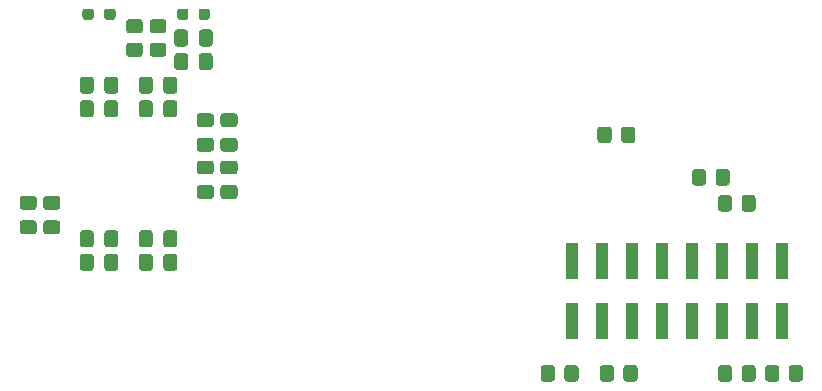
<source format=gbp>
%TF.GenerationSoftware,KiCad,Pcbnew,5.1.9+dfsg1-1+deb11u1*%
%TF.CreationDate,2025-10-29T09:53:25+01:00*%
%TF.ProjectId,VERA--HDMI-Expansion,56455241-2d58-4452-9d48-444d492d4578,1.1*%
%TF.SameCoordinates,Original*%
%TF.FileFunction,Paste,Bot*%
%TF.FilePolarity,Positive*%
%FSLAX46Y46*%
G04 Gerber Fmt 4.6, Leading zero omitted, Abs format (unit mm)*
G04 Created by KiCad (PCBNEW 5.1.9+dfsg1-1+deb11u1) date 2025-10-29 09:53:25*
%MOMM*%
%LPD*%
G01*
G04 APERTURE LIST*
%ADD10R,1.000000X3.150000*%
G04 APERTURE END LIST*
%TO.C,C5*%
G36*
G01*
X131050000Y-85925000D02*
X131050000Y-86875000D01*
G75*
G02*
X130800000Y-87125000I-250000J0D01*
G01*
X130125000Y-87125000D01*
G75*
G02*
X129875000Y-86875000I0J250000D01*
G01*
X129875000Y-85925000D01*
G75*
G02*
X130125000Y-85675000I250000J0D01*
G01*
X130800000Y-85675000D01*
G75*
G02*
X131050000Y-85925000I0J-250000D01*
G01*
G37*
G36*
G01*
X133125000Y-85925000D02*
X133125000Y-86875000D01*
G75*
G02*
X132875000Y-87125000I-250000J0D01*
G01*
X132200000Y-87125000D01*
G75*
G02*
X131950000Y-86875000I0J250000D01*
G01*
X131950000Y-85925000D01*
G75*
G02*
X132200000Y-85675000I250000J0D01*
G01*
X132875000Y-85675000D01*
G75*
G02*
X133125000Y-85925000I0J-250000D01*
G01*
G37*
%TD*%
%TO.C,C6*%
G36*
G01*
X131050000Y-87925000D02*
X131050000Y-88875000D01*
G75*
G02*
X130800000Y-89125000I-250000J0D01*
G01*
X130125000Y-89125000D01*
G75*
G02*
X129875000Y-88875000I0J250000D01*
G01*
X129875000Y-87925000D01*
G75*
G02*
X130125000Y-87675000I250000J0D01*
G01*
X130800000Y-87675000D01*
G75*
G02*
X131050000Y-87925000I0J-250000D01*
G01*
G37*
G36*
G01*
X133125000Y-87925000D02*
X133125000Y-88875000D01*
G75*
G02*
X132875000Y-89125000I-250000J0D01*
G01*
X132200000Y-89125000D01*
G75*
G02*
X131950000Y-88875000I0J250000D01*
G01*
X131950000Y-87925000D01*
G75*
G02*
X132200000Y-87675000I250000J0D01*
G01*
X132875000Y-87675000D01*
G75*
G02*
X133125000Y-87925000I0J-250000D01*
G01*
G37*
%TD*%
%TO.C,C11*%
G36*
G01*
X136950000Y-86875000D02*
X136950000Y-85925000D01*
G75*
G02*
X137200000Y-85675000I250000J0D01*
G01*
X137875000Y-85675000D01*
G75*
G02*
X138125000Y-85925000I0J-250000D01*
G01*
X138125000Y-86875000D01*
G75*
G02*
X137875000Y-87125000I-250000J0D01*
G01*
X137200000Y-87125000D01*
G75*
G02*
X136950000Y-86875000I0J250000D01*
G01*
G37*
G36*
G01*
X134875000Y-86875000D02*
X134875000Y-85925000D01*
G75*
G02*
X135125000Y-85675000I250000J0D01*
G01*
X135800000Y-85675000D01*
G75*
G02*
X136050000Y-85925000I0J-250000D01*
G01*
X136050000Y-86875000D01*
G75*
G02*
X135800000Y-87125000I-250000J0D01*
G01*
X135125000Y-87125000D01*
G75*
G02*
X134875000Y-86875000I0J250000D01*
G01*
G37*
%TD*%
%TO.C,C12*%
G36*
G01*
X136950000Y-88875000D02*
X136950000Y-87925000D01*
G75*
G02*
X137200000Y-87675000I250000J0D01*
G01*
X137875000Y-87675000D01*
G75*
G02*
X138125000Y-87925000I0J-250000D01*
G01*
X138125000Y-88875000D01*
G75*
G02*
X137875000Y-89125000I-250000J0D01*
G01*
X137200000Y-89125000D01*
G75*
G02*
X136950000Y-88875000I0J250000D01*
G01*
G37*
G36*
G01*
X134875000Y-88875000D02*
X134875000Y-87925000D01*
G75*
G02*
X135125000Y-87675000I250000J0D01*
G01*
X135800000Y-87675000D01*
G75*
G02*
X136050000Y-87925000I0J-250000D01*
G01*
X136050000Y-88875000D01*
G75*
G02*
X135800000Y-89125000I-250000J0D01*
G01*
X135125000Y-89125000D01*
G75*
G02*
X134875000Y-88875000I0J250000D01*
G01*
G37*
%TD*%
%TO.C,C20*%
G36*
G01*
X142975000Y-93950000D02*
X142025000Y-93950000D01*
G75*
G02*
X141775000Y-93700000I0J250000D01*
G01*
X141775000Y-93025000D01*
G75*
G02*
X142025000Y-92775000I250000J0D01*
G01*
X142975000Y-92775000D01*
G75*
G02*
X143225000Y-93025000I0J-250000D01*
G01*
X143225000Y-93700000D01*
G75*
G02*
X142975000Y-93950000I-250000J0D01*
G01*
G37*
G36*
G01*
X142975000Y-96025000D02*
X142025000Y-96025000D01*
G75*
G02*
X141775000Y-95775000I0J250000D01*
G01*
X141775000Y-95100000D01*
G75*
G02*
X142025000Y-94850000I250000J0D01*
G01*
X142975000Y-94850000D01*
G75*
G02*
X143225000Y-95100000I0J-250000D01*
G01*
X143225000Y-95775000D01*
G75*
G02*
X142975000Y-96025000I-250000J0D01*
G01*
G37*
%TD*%
%TO.C,C21*%
G36*
G01*
X140975000Y-93950000D02*
X140025000Y-93950000D01*
G75*
G02*
X139775000Y-93700000I0J250000D01*
G01*
X139775000Y-93025000D01*
G75*
G02*
X140025000Y-92775000I250000J0D01*
G01*
X140975000Y-92775000D01*
G75*
G02*
X141225000Y-93025000I0J-250000D01*
G01*
X141225000Y-93700000D01*
G75*
G02*
X140975000Y-93950000I-250000J0D01*
G01*
G37*
G36*
G01*
X140975000Y-96025000D02*
X140025000Y-96025000D01*
G75*
G02*
X139775000Y-95775000I0J250000D01*
G01*
X139775000Y-95100000D01*
G75*
G02*
X140025000Y-94850000I250000J0D01*
G01*
X140975000Y-94850000D01*
G75*
G02*
X141225000Y-95100000I0J-250000D01*
G01*
X141225000Y-95775000D01*
G75*
G02*
X140975000Y-96025000I-250000J0D01*
G01*
G37*
%TD*%
%TO.C,C22*%
G36*
G01*
X142975000Y-89950000D02*
X142025000Y-89950000D01*
G75*
G02*
X141775000Y-89700000I0J250000D01*
G01*
X141775000Y-89025000D01*
G75*
G02*
X142025000Y-88775000I250000J0D01*
G01*
X142975000Y-88775000D01*
G75*
G02*
X143225000Y-89025000I0J-250000D01*
G01*
X143225000Y-89700000D01*
G75*
G02*
X142975000Y-89950000I-250000J0D01*
G01*
G37*
G36*
G01*
X142975000Y-92025000D02*
X142025000Y-92025000D01*
G75*
G02*
X141775000Y-91775000I0J250000D01*
G01*
X141775000Y-91100000D01*
G75*
G02*
X142025000Y-90850000I250000J0D01*
G01*
X142975000Y-90850000D01*
G75*
G02*
X143225000Y-91100000I0J-250000D01*
G01*
X143225000Y-91775000D01*
G75*
G02*
X142975000Y-92025000I-250000J0D01*
G01*
G37*
%TD*%
%TO.C,C23*%
G36*
G01*
X140975000Y-89950000D02*
X140025000Y-89950000D01*
G75*
G02*
X139775000Y-89700000I0J250000D01*
G01*
X139775000Y-89025000D01*
G75*
G02*
X140025000Y-88775000I250000J0D01*
G01*
X140975000Y-88775000D01*
G75*
G02*
X141225000Y-89025000I0J-250000D01*
G01*
X141225000Y-89700000D01*
G75*
G02*
X140975000Y-89950000I-250000J0D01*
G01*
G37*
G36*
G01*
X140975000Y-92025000D02*
X140025000Y-92025000D01*
G75*
G02*
X139775000Y-91775000I0J250000D01*
G01*
X139775000Y-91100000D01*
G75*
G02*
X140025000Y-90850000I250000J0D01*
G01*
X140975000Y-90850000D01*
G75*
G02*
X141225000Y-91100000I0J-250000D01*
G01*
X141225000Y-91775000D01*
G75*
G02*
X140975000Y-92025000I-250000J0D01*
G01*
G37*
%TD*%
%TO.C,C24*%
G36*
G01*
X131950000Y-101875000D02*
X131950000Y-100925000D01*
G75*
G02*
X132200000Y-100675000I250000J0D01*
G01*
X132875000Y-100675000D01*
G75*
G02*
X133125000Y-100925000I0J-250000D01*
G01*
X133125000Y-101875000D01*
G75*
G02*
X132875000Y-102125000I-250000J0D01*
G01*
X132200000Y-102125000D01*
G75*
G02*
X131950000Y-101875000I0J250000D01*
G01*
G37*
G36*
G01*
X129875000Y-101875000D02*
X129875000Y-100925000D01*
G75*
G02*
X130125000Y-100675000I250000J0D01*
G01*
X130800000Y-100675000D01*
G75*
G02*
X131050000Y-100925000I0J-250000D01*
G01*
X131050000Y-101875000D01*
G75*
G02*
X130800000Y-102125000I-250000J0D01*
G01*
X130125000Y-102125000D01*
G75*
G02*
X129875000Y-101875000I0J250000D01*
G01*
G37*
%TD*%
%TO.C,C25*%
G36*
G01*
X131950000Y-99875000D02*
X131950000Y-98925000D01*
G75*
G02*
X132200000Y-98675000I250000J0D01*
G01*
X132875000Y-98675000D01*
G75*
G02*
X133125000Y-98925000I0J-250000D01*
G01*
X133125000Y-99875000D01*
G75*
G02*
X132875000Y-100125000I-250000J0D01*
G01*
X132200000Y-100125000D01*
G75*
G02*
X131950000Y-99875000I0J250000D01*
G01*
G37*
G36*
G01*
X129875000Y-99875000D02*
X129875000Y-98925000D01*
G75*
G02*
X130125000Y-98675000I250000J0D01*
G01*
X130800000Y-98675000D01*
G75*
G02*
X131050000Y-98925000I0J-250000D01*
G01*
X131050000Y-99875000D01*
G75*
G02*
X130800000Y-100125000I-250000J0D01*
G01*
X130125000Y-100125000D01*
G75*
G02*
X129875000Y-99875000I0J250000D01*
G01*
G37*
%TD*%
%TO.C,C28*%
G36*
G01*
X136950000Y-101875000D02*
X136950000Y-100925000D01*
G75*
G02*
X137200000Y-100675000I250000J0D01*
G01*
X137875000Y-100675000D01*
G75*
G02*
X138125000Y-100925000I0J-250000D01*
G01*
X138125000Y-101875000D01*
G75*
G02*
X137875000Y-102125000I-250000J0D01*
G01*
X137200000Y-102125000D01*
G75*
G02*
X136950000Y-101875000I0J250000D01*
G01*
G37*
G36*
G01*
X134875000Y-101875000D02*
X134875000Y-100925000D01*
G75*
G02*
X135125000Y-100675000I250000J0D01*
G01*
X135800000Y-100675000D01*
G75*
G02*
X136050000Y-100925000I0J-250000D01*
G01*
X136050000Y-101875000D01*
G75*
G02*
X135800000Y-102125000I-250000J0D01*
G01*
X135125000Y-102125000D01*
G75*
G02*
X134875000Y-101875000I0J250000D01*
G01*
G37*
%TD*%
%TO.C,C29*%
G36*
G01*
X136950000Y-99875000D02*
X136950000Y-98925000D01*
G75*
G02*
X137200000Y-98675000I250000J0D01*
G01*
X137875000Y-98675000D01*
G75*
G02*
X138125000Y-98925000I0J-250000D01*
G01*
X138125000Y-99875000D01*
G75*
G02*
X137875000Y-100125000I-250000J0D01*
G01*
X137200000Y-100125000D01*
G75*
G02*
X136950000Y-99875000I0J250000D01*
G01*
G37*
G36*
G01*
X134875000Y-99875000D02*
X134875000Y-98925000D01*
G75*
G02*
X135125000Y-98675000I250000J0D01*
G01*
X135800000Y-98675000D01*
G75*
G02*
X136050000Y-98925000I0J-250000D01*
G01*
X136050000Y-99875000D01*
G75*
G02*
X135800000Y-100125000I-250000J0D01*
G01*
X135125000Y-100125000D01*
G75*
G02*
X134875000Y-99875000I0J250000D01*
G01*
G37*
%TD*%
%TO.C,C31*%
G36*
G01*
X139950000Y-82875000D02*
X139950000Y-81925000D01*
G75*
G02*
X140200000Y-81675000I250000J0D01*
G01*
X140875000Y-81675000D01*
G75*
G02*
X141125000Y-81925000I0J-250000D01*
G01*
X141125000Y-82875000D01*
G75*
G02*
X140875000Y-83125000I-250000J0D01*
G01*
X140200000Y-83125000D01*
G75*
G02*
X139950000Y-82875000I0J250000D01*
G01*
G37*
G36*
G01*
X137875000Y-82875000D02*
X137875000Y-81925000D01*
G75*
G02*
X138125000Y-81675000I250000J0D01*
G01*
X138800000Y-81675000D01*
G75*
G02*
X139050000Y-81925000I0J-250000D01*
G01*
X139050000Y-82875000D01*
G75*
G02*
X138800000Y-83125000I-250000J0D01*
G01*
X138125000Y-83125000D01*
G75*
G02*
X137875000Y-82875000I0J250000D01*
G01*
G37*
%TD*%
%TO.C,C32*%
G36*
G01*
X139950000Y-84875000D02*
X139950000Y-83925000D01*
G75*
G02*
X140200000Y-83675000I250000J0D01*
G01*
X140875000Y-83675000D01*
G75*
G02*
X141125000Y-83925000I0J-250000D01*
G01*
X141125000Y-84875000D01*
G75*
G02*
X140875000Y-85125000I-250000J0D01*
G01*
X140200000Y-85125000D01*
G75*
G02*
X139950000Y-84875000I0J250000D01*
G01*
G37*
G36*
G01*
X137875000Y-84875000D02*
X137875000Y-83925000D01*
G75*
G02*
X138125000Y-83675000I250000J0D01*
G01*
X138800000Y-83675000D01*
G75*
G02*
X139050000Y-83925000I0J-250000D01*
G01*
X139050000Y-84875000D01*
G75*
G02*
X138800000Y-85125000I-250000J0D01*
G01*
X138125000Y-85125000D01*
G75*
G02*
X137875000Y-84875000I0J250000D01*
G01*
G37*
%TD*%
%TO.C,C33*%
G36*
G01*
X125025000Y-97850000D02*
X125975000Y-97850000D01*
G75*
G02*
X126225000Y-98100000I0J-250000D01*
G01*
X126225000Y-98775000D01*
G75*
G02*
X125975000Y-99025000I-250000J0D01*
G01*
X125025000Y-99025000D01*
G75*
G02*
X124775000Y-98775000I0J250000D01*
G01*
X124775000Y-98100000D01*
G75*
G02*
X125025000Y-97850000I250000J0D01*
G01*
G37*
G36*
G01*
X125025000Y-95775000D02*
X125975000Y-95775000D01*
G75*
G02*
X126225000Y-96025000I0J-250000D01*
G01*
X126225000Y-96700000D01*
G75*
G02*
X125975000Y-96950000I-250000J0D01*
G01*
X125025000Y-96950000D01*
G75*
G02*
X124775000Y-96700000I0J250000D01*
G01*
X124775000Y-96025000D01*
G75*
G02*
X125025000Y-95775000I250000J0D01*
G01*
G37*
%TD*%
%TO.C,C34*%
G36*
G01*
X127025000Y-97850000D02*
X127975000Y-97850000D01*
G75*
G02*
X128225000Y-98100000I0J-250000D01*
G01*
X128225000Y-98775000D01*
G75*
G02*
X127975000Y-99025000I-250000J0D01*
G01*
X127025000Y-99025000D01*
G75*
G02*
X126775000Y-98775000I0J250000D01*
G01*
X126775000Y-98100000D01*
G75*
G02*
X127025000Y-97850000I250000J0D01*
G01*
G37*
G36*
G01*
X127025000Y-95775000D02*
X127975000Y-95775000D01*
G75*
G02*
X128225000Y-96025000I0J-250000D01*
G01*
X128225000Y-96700000D01*
G75*
G02*
X127975000Y-96950000I-250000J0D01*
G01*
X127025000Y-96950000D01*
G75*
G02*
X126775000Y-96700000I0J250000D01*
G01*
X126775000Y-96025000D01*
G75*
G02*
X127025000Y-95775000I250000J0D01*
G01*
G37*
%TD*%
%TO.C,R3*%
G36*
G01*
X175100000Y-110349999D02*
X175100000Y-111250001D01*
G75*
G02*
X174850001Y-111500000I-249999J0D01*
G01*
X174149999Y-111500000D01*
G75*
G02*
X173900000Y-111250001I0J249999D01*
G01*
X173900000Y-110349999D01*
G75*
G02*
X174149999Y-110100000I249999J0D01*
G01*
X174850001Y-110100000D01*
G75*
G02*
X175100000Y-110349999I0J-249999D01*
G01*
G37*
G36*
G01*
X177100000Y-110349999D02*
X177100000Y-111250001D01*
G75*
G02*
X176850001Y-111500000I-249999J0D01*
G01*
X176149999Y-111500000D01*
G75*
G02*
X175900000Y-111250001I0J249999D01*
G01*
X175900000Y-110349999D01*
G75*
G02*
X176149999Y-110100000I249999J0D01*
G01*
X176850001Y-110100000D01*
G75*
G02*
X177100000Y-110349999I0J-249999D01*
G01*
G37*
%TD*%
%TO.C,R4*%
G36*
G01*
X174900000Y-90149999D02*
X174900000Y-91050001D01*
G75*
G02*
X174650001Y-91300000I-249999J0D01*
G01*
X173949999Y-91300000D01*
G75*
G02*
X173700000Y-91050001I0J249999D01*
G01*
X173700000Y-90149999D01*
G75*
G02*
X173949999Y-89900000I249999J0D01*
G01*
X174650001Y-89900000D01*
G75*
G02*
X174900000Y-90149999I0J-249999D01*
G01*
G37*
G36*
G01*
X176900000Y-90149999D02*
X176900000Y-91050001D01*
G75*
G02*
X176650001Y-91300000I-249999J0D01*
G01*
X175949999Y-91300000D01*
G75*
G02*
X175700000Y-91050001I0J249999D01*
G01*
X175700000Y-90149999D01*
G75*
G02*
X175949999Y-89900000I249999J0D01*
G01*
X176650001Y-89900000D01*
G75*
G02*
X176900000Y-90149999I0J-249999D01*
G01*
G37*
%TD*%
%TO.C,R5*%
G36*
G01*
X170900000Y-111250001D02*
X170900000Y-110349999D01*
G75*
G02*
X171149999Y-110100000I249999J0D01*
G01*
X171850001Y-110100000D01*
G75*
G02*
X172100000Y-110349999I0J-249999D01*
G01*
X172100000Y-111250001D01*
G75*
G02*
X171850001Y-111500000I-249999J0D01*
G01*
X171149999Y-111500000D01*
G75*
G02*
X170900000Y-111250001I0J249999D01*
G01*
G37*
G36*
G01*
X168900000Y-111250001D02*
X168900000Y-110349999D01*
G75*
G02*
X169149999Y-110100000I249999J0D01*
G01*
X169850001Y-110100000D01*
G75*
G02*
X170100000Y-110349999I0J-249999D01*
G01*
X170100000Y-111250001D01*
G75*
G02*
X169850001Y-111500000I-249999J0D01*
G01*
X169149999Y-111500000D01*
G75*
G02*
X168900000Y-111250001I0J249999D01*
G01*
G37*
%TD*%
%TO.C,R6*%
G36*
G01*
X185900000Y-111250001D02*
X185900000Y-110349999D01*
G75*
G02*
X186149999Y-110100000I249999J0D01*
G01*
X186850001Y-110100000D01*
G75*
G02*
X187100000Y-110349999I0J-249999D01*
G01*
X187100000Y-111250001D01*
G75*
G02*
X186850001Y-111500000I-249999J0D01*
G01*
X186149999Y-111500000D01*
G75*
G02*
X185900000Y-111250001I0J249999D01*
G01*
G37*
G36*
G01*
X183900000Y-111250001D02*
X183900000Y-110349999D01*
G75*
G02*
X184149999Y-110100000I249999J0D01*
G01*
X184850001Y-110100000D01*
G75*
G02*
X185100000Y-110349999I0J-249999D01*
G01*
X185100000Y-111250001D01*
G75*
G02*
X184850001Y-111500000I-249999J0D01*
G01*
X184149999Y-111500000D01*
G75*
G02*
X183900000Y-111250001I0J249999D01*
G01*
G37*
%TD*%
%TO.C,R7*%
G36*
G01*
X139075000Y-80162500D02*
X139075000Y-80637500D01*
G75*
G02*
X138837500Y-80875000I-237500J0D01*
G01*
X138337500Y-80875000D01*
G75*
G02*
X138100000Y-80637500I0J237500D01*
G01*
X138100000Y-80162500D01*
G75*
G02*
X138337500Y-79925000I237500J0D01*
G01*
X138837500Y-79925000D01*
G75*
G02*
X139075000Y-80162500I0J-237500D01*
G01*
G37*
G36*
G01*
X140900000Y-80162500D02*
X140900000Y-80637500D01*
G75*
G02*
X140662500Y-80875000I-237500J0D01*
G01*
X140162500Y-80875000D01*
G75*
G02*
X139925000Y-80637500I0J237500D01*
G01*
X139925000Y-80162500D01*
G75*
G02*
X140162500Y-79925000I237500J0D01*
G01*
X140662500Y-79925000D01*
G75*
G02*
X140900000Y-80162500I0J-237500D01*
G01*
G37*
%TD*%
%TO.C,R8*%
G36*
G01*
X131925000Y-80637500D02*
X131925000Y-80162500D01*
G75*
G02*
X132162500Y-79925000I237500J0D01*
G01*
X132662500Y-79925000D01*
G75*
G02*
X132900000Y-80162500I0J-237500D01*
G01*
X132900000Y-80637500D01*
G75*
G02*
X132662500Y-80875000I-237500J0D01*
G01*
X132162500Y-80875000D01*
G75*
G02*
X131925000Y-80637500I0J237500D01*
G01*
G37*
G36*
G01*
X130100000Y-80637500D02*
X130100000Y-80162500D01*
G75*
G02*
X130337500Y-79925000I237500J0D01*
G01*
X130837500Y-79925000D01*
G75*
G02*
X131075000Y-80162500I0J-237500D01*
G01*
X131075000Y-80637500D01*
G75*
G02*
X130837500Y-80875000I-237500J0D01*
G01*
X130337500Y-80875000D01*
G75*
G02*
X130100000Y-80637500I0J237500D01*
G01*
G37*
%TD*%
%TO.C,R9*%
G36*
G01*
X183700000Y-94650001D02*
X183700000Y-93749999D01*
G75*
G02*
X183949999Y-93500000I249999J0D01*
G01*
X184650001Y-93500000D01*
G75*
G02*
X184900000Y-93749999I0J-249999D01*
G01*
X184900000Y-94650001D01*
G75*
G02*
X184650001Y-94900000I-249999J0D01*
G01*
X183949999Y-94900000D01*
G75*
G02*
X183700000Y-94650001I0J249999D01*
G01*
G37*
G36*
G01*
X181700000Y-94650001D02*
X181700000Y-93749999D01*
G75*
G02*
X181949999Y-93500000I249999J0D01*
G01*
X182650001Y-93500000D01*
G75*
G02*
X182900000Y-93749999I0J-249999D01*
G01*
X182900000Y-94650001D01*
G75*
G02*
X182650001Y-94900000I-249999J0D01*
G01*
X181949999Y-94900000D01*
G75*
G02*
X181700000Y-94650001I0J249999D01*
G01*
G37*
%TD*%
%TO.C,R10*%
G36*
G01*
X136049999Y-82800000D02*
X136950001Y-82800000D01*
G75*
G02*
X137200000Y-83049999I0J-249999D01*
G01*
X137200000Y-83750001D01*
G75*
G02*
X136950001Y-84000000I-249999J0D01*
G01*
X136049999Y-84000000D01*
G75*
G02*
X135800000Y-83750001I0J249999D01*
G01*
X135800000Y-83049999D01*
G75*
G02*
X136049999Y-82800000I249999J0D01*
G01*
G37*
G36*
G01*
X136049999Y-80800000D02*
X136950001Y-80800000D01*
G75*
G02*
X137200000Y-81049999I0J-249999D01*
G01*
X137200000Y-81750001D01*
G75*
G02*
X136950001Y-82000000I-249999J0D01*
G01*
X136049999Y-82000000D01*
G75*
G02*
X135800000Y-81750001I0J249999D01*
G01*
X135800000Y-81049999D01*
G75*
G02*
X136049999Y-80800000I249999J0D01*
G01*
G37*
%TD*%
%TO.C,R11*%
G36*
G01*
X189100000Y-110349999D02*
X189100000Y-111250001D01*
G75*
G02*
X188850001Y-111500000I-249999J0D01*
G01*
X188149999Y-111500000D01*
G75*
G02*
X187900000Y-111250001I0J249999D01*
G01*
X187900000Y-110349999D01*
G75*
G02*
X188149999Y-110100000I249999J0D01*
G01*
X188850001Y-110100000D01*
G75*
G02*
X189100000Y-110349999I0J-249999D01*
G01*
G37*
G36*
G01*
X191100000Y-110349999D02*
X191100000Y-111250001D01*
G75*
G02*
X190850001Y-111500000I-249999J0D01*
G01*
X190149999Y-111500000D01*
G75*
G02*
X189900000Y-111250001I0J249999D01*
G01*
X189900000Y-110349999D01*
G75*
G02*
X190149999Y-110100000I249999J0D01*
G01*
X190850001Y-110100000D01*
G75*
G02*
X191100000Y-110349999I0J-249999D01*
G01*
G37*
%TD*%
%TO.C,R12*%
G36*
G01*
X185900000Y-96850001D02*
X185900000Y-95949999D01*
G75*
G02*
X186149999Y-95700000I249999J0D01*
G01*
X186850001Y-95700000D01*
G75*
G02*
X187100000Y-95949999I0J-249999D01*
G01*
X187100000Y-96850001D01*
G75*
G02*
X186850001Y-97100000I-249999J0D01*
G01*
X186149999Y-97100000D01*
G75*
G02*
X185900000Y-96850001I0J249999D01*
G01*
G37*
G36*
G01*
X183900000Y-96850001D02*
X183900000Y-95949999D01*
G75*
G02*
X184149999Y-95700000I249999J0D01*
G01*
X184850001Y-95700000D01*
G75*
G02*
X185100000Y-95949999I0J-249999D01*
G01*
X185100000Y-96850001D01*
G75*
G02*
X184850001Y-97100000I-249999J0D01*
G01*
X184149999Y-97100000D01*
G75*
G02*
X183900000Y-96850001I0J249999D01*
G01*
G37*
%TD*%
%TO.C,R13*%
G36*
G01*
X134049999Y-82800000D02*
X134950001Y-82800000D01*
G75*
G02*
X135200000Y-83049999I0J-249999D01*
G01*
X135200000Y-83750001D01*
G75*
G02*
X134950001Y-84000000I-249999J0D01*
G01*
X134049999Y-84000000D01*
G75*
G02*
X133800000Y-83750001I0J249999D01*
G01*
X133800000Y-83049999D01*
G75*
G02*
X134049999Y-82800000I249999J0D01*
G01*
G37*
G36*
G01*
X134049999Y-80800000D02*
X134950001Y-80800000D01*
G75*
G02*
X135200000Y-81049999I0J-249999D01*
G01*
X135200000Y-81750001D01*
G75*
G02*
X134950001Y-82000000I-249999J0D01*
G01*
X134049999Y-82000000D01*
G75*
G02*
X133800000Y-81750001I0J249999D01*
G01*
X133800000Y-81049999D01*
G75*
G02*
X134049999Y-80800000I249999J0D01*
G01*
G37*
%TD*%
D10*
%TO.C,J2*%
X171560000Y-101275000D03*
X171560000Y-106325000D03*
X174100000Y-101275000D03*
X174100000Y-106325000D03*
X176640000Y-101275000D03*
X176640000Y-106325000D03*
X179180000Y-101275000D03*
X179180000Y-106325000D03*
X181720000Y-101275000D03*
X181720000Y-106325000D03*
X184260000Y-101275000D03*
X184260000Y-106325000D03*
X186800000Y-101275000D03*
X186800000Y-106325000D03*
X189340000Y-101275000D03*
X189340000Y-106325000D03*
%TD*%
M02*

</source>
